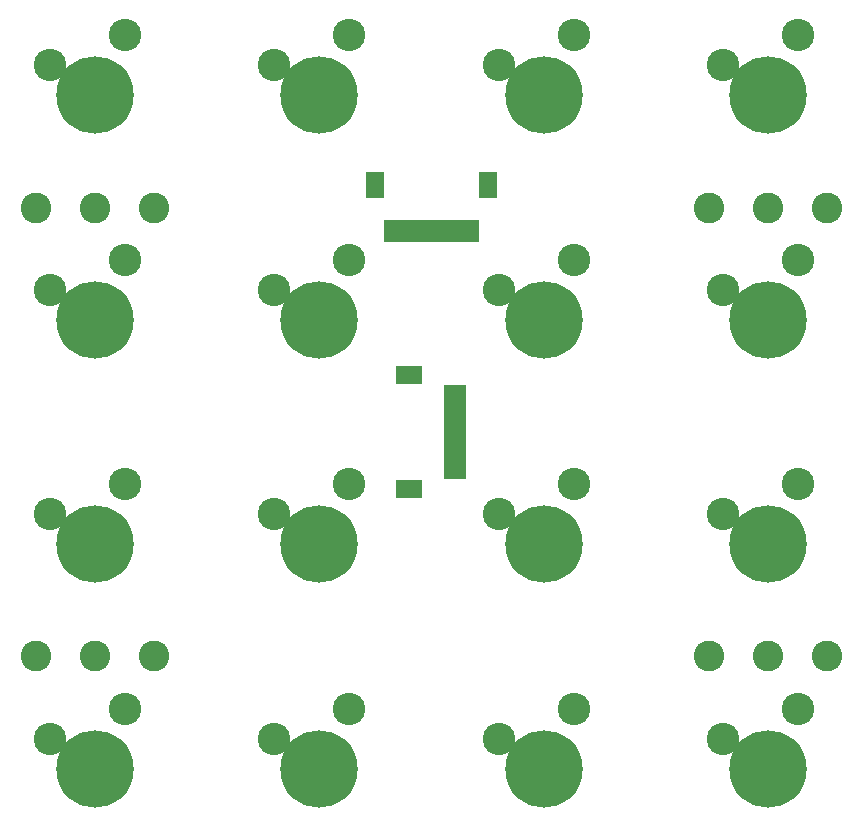
<source format=gbr>
G04 #@! TF.GenerationSoftware,KiCad,Pcbnew,(5.0.0)*
G04 #@! TF.CreationDate,2018-11-06T14:45:03+09:00*
G04 #@! TF.ProjectId,handheld_machine,68616E6468656C645F6D616368696E65,rev?*
G04 #@! TF.SameCoordinates,Original*
G04 #@! TF.FileFunction,Soldermask,Bot*
G04 #@! TF.FilePolarity,Negative*
%FSLAX46Y46*%
G04 Gerber Fmt 4.6, Leading zero omitted, Abs format (unit mm)*
G04 Created by KiCad (PCBNEW (5.0.0)) date 11/06/18 14:45:03*
%MOMM*%
%LPD*%
G01*
G04 APERTURE LIST*
%ADD10C,2.600000*%
%ADD11C,6.550000*%
%ADD12C,2.750000*%
%ADD13R,1.950000X1.000000*%
%ADD14R,2.200000X1.600000*%
%ADD15R,1.600000X2.200000*%
%ADD16R,1.000000X1.950000*%
G04 APERTURE END LIST*
D10*
G04 #@! TO.C,h13*
X114500000Y-93000000D03*
G04 #@! TD*
G04 #@! TO.C,h11*
X104500000Y-93000000D03*
G04 #@! TD*
G04 #@! TO.C,h33*
X114500000Y-131000000D03*
G04 #@! TD*
G04 #@! TO.C,h31*
X104500000Y-131000000D03*
G04 #@! TD*
G04 #@! TO.C,h41*
X161500000Y-131000000D03*
G04 #@! TD*
G04 #@! TO.C,h43*
X171500000Y-131000000D03*
G04 #@! TD*
G04 #@! TO.C,h21*
X161500000Y-93000000D03*
G04 #@! TD*
G04 #@! TO.C,h23*
X171500000Y-93000000D03*
G04 #@! TD*
D11*
G04 #@! TO.C,SW1*
X109500000Y-83500000D03*
D12*
X112040000Y-78420000D03*
X105690000Y-80960000D03*
G04 #@! TD*
G04 #@! TO.C,SW2*
X124690000Y-80960000D03*
X131040000Y-78420000D03*
D11*
X128500000Y-83500000D03*
G04 #@! TD*
G04 #@! TO.C,SW3*
X147500000Y-83500000D03*
D12*
X150040000Y-78420000D03*
X143690000Y-80960000D03*
G04 #@! TD*
D11*
G04 #@! TO.C,SW4*
X166500000Y-83500000D03*
D12*
X169040000Y-78420000D03*
X162690000Y-80960000D03*
G04 #@! TD*
G04 #@! TO.C,SW5*
X105690000Y-99960000D03*
X112040000Y-97420000D03*
D11*
X109500000Y-102500000D03*
G04 #@! TD*
D12*
G04 #@! TO.C,SW6*
X124690000Y-99960000D03*
X131040000Y-97420000D03*
D11*
X128500000Y-102500000D03*
G04 #@! TD*
G04 #@! TO.C,SW7*
X147500000Y-102500000D03*
D12*
X150040000Y-97420000D03*
X143690000Y-99960000D03*
G04 #@! TD*
D11*
G04 #@! TO.C,SW8*
X166500000Y-102500000D03*
D12*
X169040000Y-97420000D03*
X162690000Y-99960000D03*
G04 #@! TD*
G04 #@! TO.C,SW9*
X105690000Y-118960000D03*
X112040000Y-116420000D03*
D11*
X109500000Y-121500000D03*
G04 #@! TD*
D12*
G04 #@! TO.C,SW10*
X124690000Y-118960000D03*
X131040000Y-116420000D03*
D11*
X128500000Y-121500000D03*
G04 #@! TD*
G04 #@! TO.C,SW11*
X147500000Y-121500000D03*
D12*
X150040000Y-116420000D03*
X143690000Y-118960000D03*
G04 #@! TD*
G04 #@! TO.C,SW12*
X162690000Y-118960000D03*
X169040000Y-116420000D03*
D11*
X166500000Y-121500000D03*
G04 #@! TD*
G04 #@! TO.C,SW13*
X109500000Y-140500000D03*
D12*
X112040000Y-135420000D03*
X105690000Y-137960000D03*
G04 #@! TD*
G04 #@! TO.C,SW14*
X124690000Y-137960000D03*
X131040000Y-135420000D03*
D11*
X128500000Y-140500000D03*
G04 #@! TD*
G04 #@! TO.C,SW15*
X147500000Y-140500000D03*
D12*
X150040000Y-135420000D03*
X143690000Y-137960000D03*
G04 #@! TD*
G04 #@! TO.C,SW16*
X162690000Y-137960000D03*
X169040000Y-135420000D03*
D11*
X166500000Y-140500000D03*
G04 #@! TD*
D13*
G04 #@! TO.C,J1*
X140000000Y-115500000D03*
X140000000Y-114500000D03*
X140000000Y-113500000D03*
X140000000Y-112500000D03*
X140000000Y-111500000D03*
X140000000Y-110500000D03*
X140000000Y-109500000D03*
X140000000Y-108500000D03*
D14*
X136125000Y-116800000D03*
X136125000Y-107200000D03*
G04 #@! TD*
D15*
G04 #@! TO.C,J2*
X142800000Y-91125000D03*
X133200000Y-91125000D03*
D16*
X141500000Y-95000000D03*
X140500000Y-95000000D03*
X139500000Y-95000000D03*
X138500000Y-95000000D03*
X137500000Y-95000000D03*
X136500000Y-95000000D03*
X135500000Y-95000000D03*
X134500000Y-95000000D03*
G04 #@! TD*
D10*
G04 #@! TO.C,h2*
X166500000Y-93000000D03*
G04 #@! TD*
G04 #@! TO.C,h1*
X109500000Y-93000000D03*
G04 #@! TD*
G04 #@! TO.C,h4*
X166500000Y-131000000D03*
G04 #@! TD*
G04 #@! TO.C,h3*
X109500000Y-131000000D03*
G04 #@! TD*
M02*

</source>
